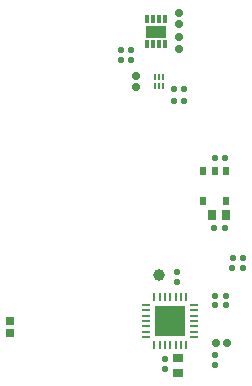
<source format=gtp>
G04*
G04 #@! TF.GenerationSoftware,Altium Limited,Altium Designer,20.0.9 (164)*
G04*
G04 Layer_Color=8421504*
%FSLAX25Y25*%
%MOIN*%
G70*
G01*
G75*
%ADD13R,0.02500X0.02500*%
G04:AMPARAMS|DCode=14|XSize=20.47mil|YSize=22.05mil|CornerRadius=5.12mil|HoleSize=0mil|Usage=FLASHONLY|Rotation=0.000|XOffset=0mil|YOffset=0mil|HoleType=Round|Shape=RoundedRectangle|*
%AMROUNDEDRECTD14*
21,1,0.02047,0.01181,0,0,0.0*
21,1,0.01024,0.02205,0,0,0.0*
1,1,0.01024,0.00512,-0.00591*
1,1,0.01024,-0.00512,-0.00591*
1,1,0.01024,-0.00512,0.00591*
1,1,0.01024,0.00512,0.00591*
%
%ADD14ROUNDEDRECTD14*%
%ADD15C,0.03937*%
G04:AMPARAMS|DCode=16|XSize=25.2mil|YSize=23.62mil|CornerRadius=5.91mil|HoleSize=0mil|Usage=FLASHONLY|Rotation=90.000|XOffset=0mil|YOffset=0mil|HoleType=Round|Shape=RoundedRectangle|*
%AMROUNDEDRECTD16*
21,1,0.02520,0.01181,0,0,90.0*
21,1,0.01339,0.02362,0,0,90.0*
1,1,0.01181,0.00591,0.00669*
1,1,0.01181,0.00591,-0.00669*
1,1,0.01181,-0.00591,-0.00669*
1,1,0.01181,-0.00591,0.00669*
%
%ADD16ROUNDEDRECTD16*%
%ADD17R,0.02835X0.03543*%
%ADD18R,0.00669X0.02362*%
%ADD19R,0.06693X0.03937*%
%ADD20R,0.01181X0.02756*%
%ADD21R,0.02165X0.03150*%
G04:AMPARAMS|DCode=22|XSize=20.47mil|YSize=22.05mil|CornerRadius=5.12mil|HoleSize=0mil|Usage=FLASHONLY|Rotation=270.000|XOffset=0mil|YOffset=0mil|HoleType=Round|Shape=RoundedRectangle|*
%AMROUNDEDRECTD22*
21,1,0.02047,0.01181,0,0,270.0*
21,1,0.01024,0.02205,0,0,270.0*
1,1,0.01024,-0.00591,-0.00512*
1,1,0.01024,-0.00591,0.00512*
1,1,0.01024,0.00591,0.00512*
1,1,0.01024,0.00591,-0.00512*
%
%ADD22ROUNDEDRECTD22*%
G04:AMPARAMS|DCode=23|XSize=25.2mil|YSize=23.62mil|CornerRadius=5.91mil|HoleSize=0mil|Usage=FLASHONLY|Rotation=0.000|XOffset=0mil|YOffset=0mil|HoleType=Round|Shape=RoundedRectangle|*
%AMROUNDEDRECTD23*
21,1,0.02520,0.01181,0,0,0.0*
21,1,0.01339,0.02362,0,0,0.0*
1,1,0.01181,0.00669,-0.00591*
1,1,0.01181,-0.00669,-0.00591*
1,1,0.01181,-0.00669,0.00591*
1,1,0.01181,0.00669,0.00591*
%
%ADD23ROUNDEDRECTD23*%
%ADD24O,0.00787X0.02953*%
%ADD25O,0.02953X0.00787*%
%ADD26R,0.09843X0.09843*%
%ADD27R,0.03347X0.02756*%
D13*
X192913Y160661D02*
D03*
Y156661D02*
D03*
D14*
X270630Y181496D02*
D03*
X267165D02*
D03*
X251142Y237894D02*
D03*
X247677D02*
D03*
X229961Y250886D02*
D03*
X233425D02*
D03*
X251142Y233957D02*
D03*
X247677D02*
D03*
X261260Y214961D02*
D03*
X264724D02*
D03*
X261063Y191634D02*
D03*
X264528D02*
D03*
X270571Y178150D02*
D03*
X267106D02*
D03*
X229961Y247638D02*
D03*
X233425D02*
D03*
X261358Y168898D02*
D03*
X264823D02*
D03*
X261358Y165847D02*
D03*
X264823D02*
D03*
D15*
X242618Y176083D02*
D03*
D16*
X249311Y263209D02*
D03*
Y259429D02*
D03*
X234842Y238465D02*
D03*
Y242244D02*
D03*
X249311Y255138D02*
D03*
Y251358D02*
D03*
D17*
X260236Y195768D02*
D03*
X264961D02*
D03*
D18*
X243996Y241929D02*
D03*
X242618Y241929D02*
D03*
X241240Y241929D02*
D03*
X243996Y238779D02*
D03*
X242618Y238780D02*
D03*
X241240D02*
D03*
D19*
X241732Y257087D02*
D03*
D20*
X244685Y252953D02*
D03*
X242717D02*
D03*
X240748D02*
D03*
X238779D02*
D03*
Y261221D02*
D03*
X240748D02*
D03*
X242717D02*
D03*
X244685D02*
D03*
D21*
X264961Y210531D02*
D03*
X261221Y210531D02*
D03*
X257480Y210531D02*
D03*
X264961Y200689D02*
D03*
X257480Y200689D02*
D03*
D22*
X248622Y173465D02*
D03*
X248622Y176929D02*
D03*
X261417Y145905D02*
D03*
Y149370D02*
D03*
X244717Y144630D02*
D03*
Y148095D02*
D03*
D23*
X265276Y153150D02*
D03*
X261496D02*
D03*
D24*
X251772Y168602D02*
D03*
X250000D02*
D03*
X248228Y168602D02*
D03*
X246457Y168602D02*
D03*
X244685Y168602D02*
D03*
X242913Y168602D02*
D03*
X241142Y168602D02*
D03*
Y152657D02*
D03*
X242913Y152657D02*
D03*
X244685D02*
D03*
X246457Y152657D02*
D03*
X248228D02*
D03*
X250000Y152657D02*
D03*
X251772D02*
D03*
D25*
X238484Y165945D02*
D03*
Y164173D02*
D03*
Y162402D02*
D03*
X238484Y160630D02*
D03*
X238484Y158858D02*
D03*
Y157087D02*
D03*
Y155315D02*
D03*
X254429Y155315D02*
D03*
Y157087D02*
D03*
X254429Y158858D02*
D03*
Y160630D02*
D03*
X254429Y162402D02*
D03*
Y164173D02*
D03*
X254429Y165945D02*
D03*
D26*
X246457Y160630D02*
D03*
D27*
X249101Y148098D02*
D03*
Y143374D02*
D03*
M02*

</source>
